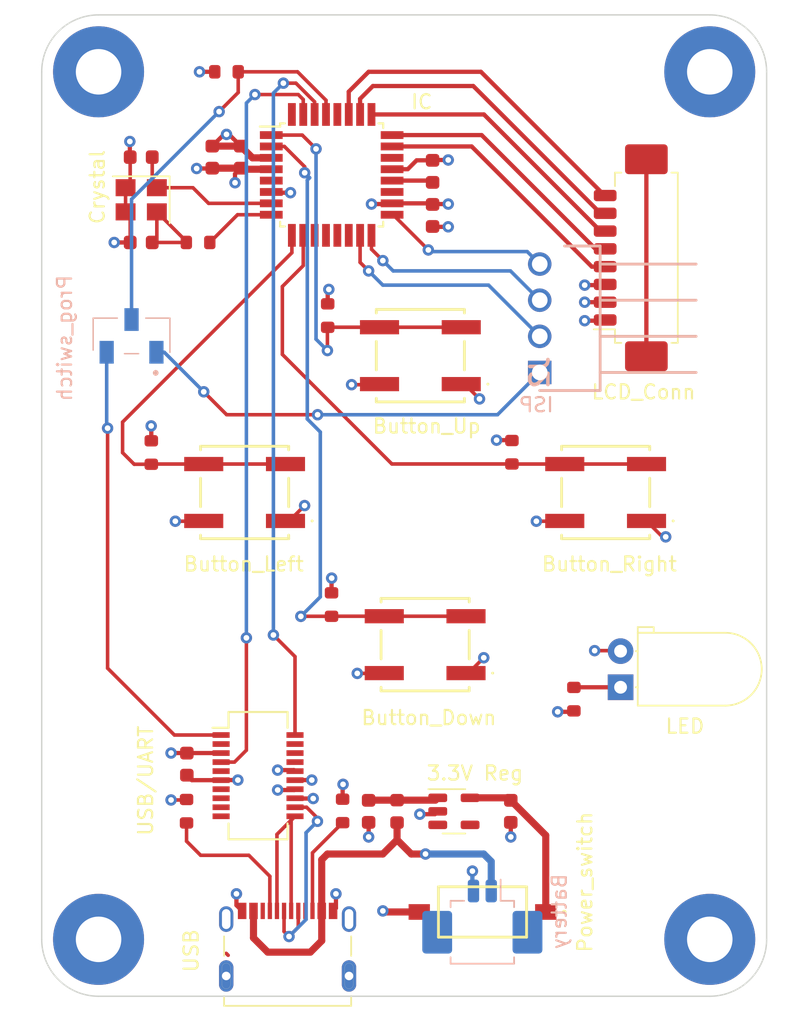
<source format=kicad_pcb>
(kicad_pcb (version 20221018) (generator pcbnew)
  (layers (0 "F.Cu" signal) (1 "In1.Cu" power) (2 "In2.Cu" power) (31 "B.Cu" signal) (34 "B.Paste" user) (35 "F.Paste" user) (36 "B.SilkS" user "B.Silkscreen") (37 "F.SilkS" user "F.Silkscreen") (38 "B.Mask" user) (39 "F.Mask" user) (44 "Edge.Cuts" user))
  (net 0 "")
  (net 1 "Net-(U4-VIN)")
  (net 2 "GND")
  (net 3 "3.3 Out")
  (net 4 "+3V3")
  (net 5 "HSE_IN")
  (net 6 "+5V")
  (net 7 "Net-(U1-AREF)")
  (net 8 "Net-(D1-K)")
  (net 9 "SCK")
  (net 10 "MISO")
  (net 11 "MOSI")
  (net 12 "DTR")
  (net 13 "RST")
  (net 14 "CE")
  (net 15 "DC")
  (net 16 "DIN")
  (net 17 "unconnected-(J4-SHIELD-PadS1)")
  (net 18 "HSE_OUT")
  (net 19 "Button_Up")
  (net 20 "Button_Left")
  (net 21 "Button_Right")
  (net 22 "Button_Down")
  (net 31 "CLK")
  (net 33 "TX")
  (net 34 "RX")
  (net 42 "USB_Conn_D+")
  (net 43 "USB_Conn_D-")
  (net 49 "unconnected-(J3-MP1-PadMP)")
  (net 50 "Net-(J4-CC1)")
  (net 51 "Net-(J4-CC2)")
  (net 52 "Net-(C7-Pad1)")
  (net 53 "Reset")
  (net 54 "RST_PROG")
  (footprint "Passives:C_0603_1608Metric" (layer "F.Cu") (at 164 93 -90)
    (fp_text reference "C1" hide)
    (fp_text value "1u")
  )
  (footprint "Passives:C_0603_1608Metric" (layer "F.Cu") (at 168.5 51.1 -90)
    (fp_text reference "C5" hide)
    (fp_text value "100n")
  )
  (footprint "MountingHole:MountingHole_3.2mm_M3_Pad" (layer "F.Cu") (at 145 41)
    (fp_text reference "H1")
    (fp_text value "MountingHole_Pad")
  )
  (footprint "Passives:R_0603_1608Metric" (layer "F.Cu") (at 178.44 85.11 -90)
    (fp_text reference "R1" hide)
    (fp_text value "130")
  )
  (footprint "MountingHole:MountingHole_3.2mm_M3_Pad" (layer "F.Cu") (at 145 102)
    (fp_text reference "H3")
    (fp_text value "MountingHole_Pad")
  )
  (footprint "Passives:C_0603_1608Metric" (layer "F.Cu") (at 155 47 90)
    (fp_text reference "C4" hide)
    (fp_text value "100n")
  )
  (footprint "Passives:C_0603_1608Metric" (layer "F.Cu") (at 174 93 -90)
    (fp_text reference "C2" hide)
    (fp_text value "1u")
  )
  (footprint "LED_THT:LED_D5.0mm_Horizontal_O1.27mm_Z3.0mm" (layer "F.Cu") (at 181.725 84.275 90)
    (fp_text reference "D1")
    (fp_text value "RED_LED")
  )
  (footprint "Passives:R_0603_1608Metric" (layer "F.Cu") (at 161.12 58.14 90)
    (fp_text reference "R4" hide)
    (fp_text value "10k")
  )
  (footprint "Passives:R_0603_1608Metric" (layer "F.Cu") (at 161.39 78.46 90)
    (fp_text reference "R7" hide)
    (fp_text value "10k")
  )
  (footprint "Package_QFP:TQFP-32_7x7mm_P0.8mm" (layer "F.Cu") (at 161.4 48.25)
    (fp_text reference "U1")
    (fp_text value "ATmega328P-A")
  )
  (footprint "Passives:R_0603_1608Metric" (layer "F.Cu") (at 162.17 92.97 90)
    (fp_text reference "R9" hide)
    (fp_text value "5.1k")
  )
  (footprint "Passives:R_0603_1608Metric" (layer "F.Cu") (at 151.19 92.99 90)
    (fp_text reference "R8" hide)
    (fp_text value "5.1k")
  )
  (footprint "Connectors:Molex_PicoBlade_53261-0871_1x08-1MP_P1.25mm_Horizontal" (layer "F.Cu") (at 183.04 54.075 90)
    (fp_text reference "J3")
    (fp_text value "Molex_PicoBlade")
  )
  (footprint "Passives:C_0603_1608Metric" (layer "F.Cu") (at 148 53 180)
    (fp_text reference "C7" hide)
    (fp_text value "12p")
  )
  (footprint "Connectors:Tactile_switch" (layer "F.Cu") (at 155.275 70.58)
    (fp_text reference "SW3")
    (fp_text value "Button_Left" hide)
  )
  (footprint "Passives:C_0603_1608Metric" (layer "F.Cu") (at 151.21 89.68 -90)
    (fp_text reference "C8" hide)
    (fp_text value "100n")
  )
  (footprint "Passives:R_0603_1608Metric" (layer "F.Cu") (at 148.71 67.77 90)
    (fp_text reference "R5" hide)
    (fp_text value "10k")
  )
  (footprint "Passives:R_0603_1608Metric" (layer "F.Cu") (at 154 41)
    (fp_text reference "R2" hide)
    (fp_text value "10k")
  )
  (footprint "Connectors:Tactile_switch" (layer "F.Cu") (at 167.975 81.28)
    (fp_text reference "SW2")
    (fp_text value "Button_Down" hide)
  )
  (footprint "Crystal:Crystal_SMD_3225-4Pin_3.2x2.5mm" (layer "F.Cu") (at 148 50 180)
    (fp_text reference "Y1")
    (fp_text value "16MHz")
  )
  (footprint "Connectors:Tactile_switch" (layer "F.Cu") (at 180.675 70.58)
    (fp_text reference "SW4")
    (fp_text value "Button_Right" hide)
  )
  (footprint "MountingHole:MountingHole_3.2mm_M3_Pad" (layer "F.Cu") (at 188 41)
    (fp_text reference "H2")
    (fp_text value "MountingHole_Pad")
  )
  (footprint "Passives:C_0603_1608Metric" (layer "F.Cu") (at 168.5 48 90)
    (fp_text reference "C10" hide)
    (fp_text value "100n")
  )
  (footprint "Package_SO:SSOP-20_3.9x8.7mm_P0.635mm" (layer "F.Cu") (at 156.22 90.49)
    (fp_text reference "U2")
    (fp_text value "FT231XS")
  )
  (footprint "Passives:C_0603_1608Metric" (layer "F.Cu") (at 153 47 90)
    (fp_text reference "C3" hide)
    (fp_text value "4.7u")
  )
  (footprint "Connectors:Tactile_switch" (layer "F.Cu") (at 167.64 60.96)
    (fp_text reference "SW1")
    (fp_text value "Button_Up" hide)
  )
  (footprint "Passives:R_0603_1608Metric" (layer "F.Cu") (at 152 53 180)
    (fp_text reference "R3" hide)
    (fp_text value "0")
  )
  (footprint "Passives:R_0603_1608Metric" (layer "F.Cu") (at 174.08 67.75 90)
    (fp_text reference "R6" hide)
    (fp_text value "10k")
  )
  (footprint "Passives:Fuse_0603_1608Metric" (layer "F.Cu") (at 166 93 90)
    (fp_text reference "F1" hide)
    (fp_text value "250mA")
  )
  (footprint "Connectors:DS04254101BKSMT" (layer "F.Cu") (at 172.011529 100.074147 90)
    (fp_text reference "SW5")
    (fp_text value "PowerOff" hide)
  )
  (footprint "Package_TO_SOT_SMD:SOT-23-5" (layer "F.Cu") (at 170 93)
    (fp_text reference "U4")
    (fp_text value "MIC5504-3.3YM5")
  )
  (footprint "MountingHole:MountingHole_3.2mm_M3_Pad" (layer "F.Cu") (at 188 102)
    (fp_text reference "H4")
    (fp_text value "MountingHole_Pad")
  )
  (footprint "Connectors:MOLEX_2171790001" (layer "F.Cu") (at 158.3 103.3)
    (fp_text reference "J4")
    (fp_text value "USB_C")
    (fp_line (start -4.62 1.275) (end -4.62 0.675) (stroke (width 0.01)) (layer "Edge.Cuts"))
    (fp_line (start -4.62 1.875) (end -4.62 1.28) (stroke (width 0.01)) (layer "Edge.Cuts"))
    (fp_line (start -4.02 0.675) (end -4.02 1.875) (stroke (width 0.01)) (layer "Edge.Cuts"))
    (fp_line (start 4.02 1.275) (end 4.02 0.675) (stroke (width 0.01)) (layer "Edge.Cuts"))
    (fp_line (start 4.02 1.875) (end 4.02 1.28) (stroke (width 0.01)) (layer "Edge.Cuts"))
    (fp_line (start 4.62 0.675) (end 4.62 1.875) (stroke (width 0.01)) (layer "Edge.Cuts"))
    (fp_arc (start -4.62 0.675) (mid -4.532132 0.462868) (end -4.32 0.375) (stroke (width 0.01)) (layer "Edge.Cuts"))
    (fp_arc (start -4.32 0.375) (mid -4.107868 0.462868) (end -4.02 0.675) (stroke (width 0.01)) (layer "Edge.Cuts"))
    (fp_arc (start -4.32 2.175) (mid -4.532132 2.087132) (end -4.62 1.875) (stroke (width 0.01)) (layer "Edge.Cuts"))
    (fp_arc (start -4.02 1.875) (mid -4.107868 2.087132) (end -4.32 2.175) (stroke (width 0.01)) (layer "Edge.Cuts"))
    (fp_arc (start 4.02 0.675) (mid 4.107868 0.462868) (end 4.32 0.375) (stroke (width 0.01)) (layer "Edge.Cuts"))
    (fp_arc (start 4.32 0.375) (mid 4.532132 0.462868) (end 4.62 0.675) (stroke (width 0.01)) (layer "Edge.Cuts"))
    (fp_arc (start 4.32 2.175) (mid 4.107868 2.087132) (end 4.02 1.875) (stroke (width 0.01)) (layer "Edge.Cuts"))
    (fp_arc (start 4.62 1.875) (mid 4.532132 2.087132) (end 4.32 2.175) (stroke (width 0.01)) (layer "Edge.Cuts"))
  )
  (footprint "Passives:C_0603_1608Metric" (layer "F.Cu") (at 148 47 180)
    (fp_text reference "C6" hide)
    (fp_text value "12p")
  )
  (footprint "Connectors:Conn_01x04_90" (layer "B.Cu") (at 176.0375 62.14 90)
    (fp_text reference "J2")
    (fp_text value "ISP" hide)
  )
  (footprint "Connectors:Molex_PicoBlade_53261-0271_1x02-1MP_P1.25mm_Horizontal" (layer "B.Cu") (at 172 101 180)
    (fp_text reference "J1")
    (fp_text value "Molex_PicoBlade")
  )
  (footprint "Connectors:SPDT_switch" (layer "B.Cu") (at 147.32 59.57 180)
    (fp_text reference "SW6")
    (fp_text value "ISP/UART" hide)
  )
  (gr_line (start 145 37) (end 188 37) (stroke (width 0.1)) (layer "Edge.Cuts"))
  (gr_arc (start 188 37) (mid 190.828427 38.171573) (end 192 41) (stroke (width 0.1)) (layer "Edge.Cuts"))
  (gr_arc (start 141 41) (mid 142.171573 38.171573) (end 145 37) (stroke (width 0.1)) (layer "Edge.Cuts"))
  (gr_arc (start 192 102) (mid 190.828427 104.828427) (end 188 106) (stroke (width 0.1)) (layer "Edge.Cuts"))
  (gr_line (start 188 106) (end 145 106) (stroke (width 0.1)) (layer "Edge.Cuts"))
  (gr_arc (start 145 106) (mid 142.171573 104.828427) (end 141 102) (stroke (width 0.1)) (layer "Edge.Cuts"))
  (gr_line (start 141 102) (end 141 41) (stroke (width 0.1)) (layer "Edge.Cuts"))
  (gr_line (start 192 41) (end 192 102) (stroke (width 0.1)) (layer "Edge.Cuts"))
  (gr_text "ISP\n" (at 177.1 65) (layer "B.SilkS") (effects (font (size 1 1)) (justify left bottom mirror)))
  (gr_text "Battery\n" (at 178 97.3 90) (layer "B.SilkS") (effects (font (size 1 1)) (justify left bottom mirror)))
  (gr_text "Prog_switch\n" (at 143.2 55.2 90) (layer "B.SilkS") (effects (font (size 1 1)) (justify left bottom mirror)))
  (gr_text "Button_Right\n" (at 176.1 76.2) (layer "F.SilkS") (effects (font (size 1 1)) (justify left bottom)))
  (gr_text "USB/UART\n" (at 148.9 94.8 90) (layer "F.SilkS") (effects (font (size 1 1)) (justify left bottom)))
  (gr_text "Button_Up\n" (at 164.2 66.5) (layer "F.SilkS") (effects (font (size 1 1)) (justify left bottom)))
  (gr_text "Crystal\n" (at 145.5 51.8 90) (layer "F.SilkS") (effects (font (size 1 1)) (justify left bottom)))
  (gr_text "IC\n" (at 166.9 43.7) (layer "F.SilkS") (effects (font (size 1 1)) (justify left bottom)))
  (gr_text "Button_Down\n" (at 163.4 87) (layer "F.SilkS") (effects (font (size 1 1)) (justify left bottom)))
  (gr_text "Power_switch\n" (at 179.8 103 90) (layer "F.SilkS") (effects (font (size 1 1)) (justify left bottom)))
  (gr_text "LCD_Conn\n" (at 179.6 64.1) (layer "F.SilkS") (effects (font (size 1 1)) (justify left bottom)))
  (gr_text "Button_Left\n" (at 150.9 76.2) (layer "F.SilkS") (effects (font (size 1 1)) (justify left bottom)))
  (gr_text "LED\n" (at 184.8 87.6) (layer "F.SilkS") (effects (font (size 1 1)) (justify left bottom)))
  (gr_text "3.3V Reg\n" (at 168 90.9) (layer "F.SilkS") (effects (font (size 1 1)) (justify left bottom)))
  (gr_text "USB\n" (at 152.1 104.4 90) (layer "F.SilkS") (effects (font (size 1 1)) (justify left bottom)))
  (segment (start 166 92.2125) (end 164.0125 92.2125) (width 0.5) (layer "F.Cu") (net 1))
  (segment (start 168.7 92.2125) (end 168.8625 92.05) (width 0.5) (layer "F.Cu") (net 1))
  (segment (start 164.0125 92.2125) (end 164 92.225) (width 0.5) (layer "F.Cu") (net 1))
  (segment (start 166 92.2125) (end 168.7 92.2125) (width 0.5) (layer "F.Cu") (net 1))
  (segment (start 167.375 47.225) (end 168.5 47.225) (width 0.3) (layer "F.Cu") (net 2))
  (segment (start 147.225 48.825) (end 146.9 49.15) (width 0.25) (layer "F.Cu") (net 2))
  (segment (start 161.12 56.38) (end 161.2 56.3) (width 0.3) (layer "F.Cu") (net 2))
  (segment (start 177.3 86) (end 178.375 86) (width 0.3) (layer "F.Cu") (net 2))
  (segment (start 155.825 47.05) (end 155 46.225) (width 0.5) (layer "F.Cu") (net 2))
  (segment (start 179.2 57.2) (end 180.64 57.2) (width 0.3) (layer "F.Cu") (net 2))
  (segment (start 154 45.4) (end 154.175 45.4) (width 0.3) (layer "F.Cu") (net 2))
  (segment (start 154 45.4) (end 153.825 45.4) (width 0.3) (layer "F.Cu") (net 2))
  (segment (start 164 93.775) (end 164 94.8) (width 0.3) (layer "F.Cu") (net 2))
  (segment (start 161.7 99.8) (end 161.5 100) (width 0.3) (layer "F.Cu") (net 2))
  (segment (start 147.2 46.975) (end 147.225 47) (width 0.3) (layer "F.Cu") (net 2))
  (segment (start 147.225 51.175) (end 146.9 50.85) (width 0.25) (layer "F.Cu") (net 2))
  (segment (start 148.71 66.945) (end 148.71 65.91) (width 0.3) (layer "F.Cu") (net 2))
  (segment (start 180.59 58.5) (end 180.64 58.45) (width 0.3) (layer "F.Cu") (net 2))
  (segment (start 165.65 47.85) (end 166.75 47.85) (width 0.3) (layer "F.Cu") (net 2))
  (segment (start 146.9 50.85) (end 146.9 49.15) (width 0.25) (layer "F.Cu") (net 2))
  (segment (start 147.2 45.9) (end 147.2 46.975) (width 0.3) (layer "F.Cu") (net 2))
  (segment (start 158.7475 90.1) (end 158.82 90.1725) (width 0.3) (layer "F.Cu") (net 2))
  (segment (start 151.5625 90.8075) (end 151.21 90.455) (width 0.3) (layer "F.Cu") (net 2))
  (segment (start 162.17 91.13) (end 162.2 91.1) (width 0.3) (layer "F.Cu") (net 2))
  (segment (start 173 66.9) (end 174.055 66.9) (width 0.3) (layer "F.Cu") (net 2))
  (segment (start 168.6625 93.2) (end 168.8625 93) (width 0.3) (layer "F.Cu") (net 2))
  (segment (start 166.75 47.85) (end 167.375 47.225) (width 0.3) (layer "F.Cu") (net 2))
  (segment (start 151.155 92.2) (end 151.19 92.165) (width 0.25) (layer "F.Cu") (net 2))
  (segment (start 154.7 98.8) (end 154.7 99.6) (width 0.3) (layer "F.Cu") (net 2))
  (segment (start 169.6 51.9) (end 168.525 51.9) (width 0.3) (layer "F.Cu") (net 2))
  (segment (start 147.225 53) (end 147.225 51.175) (width 0.25) (layer "F.Cu") (net 2))
  (segment (start 150.1 92.2) (end 151.155 92.2) (width 0.25) (layer "F.Cu") (net 2))
  (segment (start 154.7 99.6) (end 155.1 100) (width 0.3) (layer "F.Cu") (net 2))
  (segment (start 146.1 53) (end 147.225 53) (width 0.3) (layer "F.Cu") (net 2))
  (segment (start 157.6 90.1) (end 158.7475 90.1) (width 0.3) (layer "F.Cu") (net 2))
  (segment (start 153.6275 90.8) (end 153.62 90.8075) (width 0.3) (layer "F.Cu") (net 2))
  (segment (start 168.525 51.9) (end 168.5 51.875) (width 0.3) (layer "F.Cu") (net 2))
  (segment (start 161.39 76.61) (end 161.4 76.6) (width 0.3) (layer "F.Cu") (net 2))
  (segment (start 179.2 58.5) (end 180.59 58.5) (width 0.3) (layer "F.Cu") (net 2))
  (segment (start 178.375 86) (end 178.44 85.935) (width 0.3) (layer "F.Cu") (net 2))
  (segment (start 161.12 57.315) (end 161.12 56.38) (width 0.3) (layer "F.Cu") (net 2))
  (segment (start 155 46.225) (end 153 46.225) (width 0.5) (layer "F.Cu") (net 2))
  (segment (start 162.17 92.145) (end 162.17 91.13) (width 0.3) (layer "F.Cu") (net 2))
  (segment (start 174 94.8) (end 174 93.775) (width 0.3) (layer "F.Cu") (net 2))
  (segment (start 174.055 66.9) (end 174.08 66.925) (width 0.3) (layer "F.Cu") (net 2))
  (segment (start 169.6 47.2) (end 168.525 47.2) (width 0.3) (layer "F.Cu") (net 2))
  (segment (start 153.825 45.4) (end 153 46.225) (width 0.3) (layer "F.Cu") (net 2))
  (segment (start 161.39 77.635) (end 161.39 76.61) (width 0.3) (layer "F.Cu") (net 2))
  (segment (start 147.225 47) (end 147.225 48.825) (width 0.25) (layer "F.Cu") (net 2))
  (segment (start 154.175 45.4) (end 155 46.225) (width 0.3) (layer "F.Cu") (net 2))
  (segment (start 148.71 65.91) (end 148.7 65.9) (width 0.3) (layer "F.Cu") (net 2))
  (segment (start 153.62 90.8075) (end 151.5625 90.8075) (width 0.3) (layer "F.Cu") (net 2))
  (segment (start 157.15 47.05) (end 155.825 47.05) (width 0.5) (layer "F.Cu") (net 2))
  (segment (start 167.6 93.2) (end 168.6625 93.2) (width 0.3) (layer "F.Cu") (net 2))
  (segment (start 154.8 90.8) (end 153.6275 90.8) (width 0.3) (layer "F.Cu") (net 2))
  (segment (start 161.7 98.8) (end 161.7 99.8) (width 0.3) (layer "F.Cu") (net 2))
  (segment (start 168.525 47.2) (end 168.5 47.225) (width 0.3) (layer "F.Cu") (net 2))
  (via (at 169.6 51.9) (size 0.8) (drill 0.4) (layers "F.Cu" "B.Cu") (net 2))
  (via (at 171.3 97.2) (size 0.8) (drill 0.4) (layers "F.Cu" "B.Cu") (net 2))
  (via (at 167.6 93.2) (size 0.8) (drill 0.4) (layers "F.Cu" "B.Cu") (net 2))
  (via (at 174 94.8) (size 0.8) (drill 0.4) (layers "F.Cu" "B.Cu") (net 2))
  (via (at 146.1 53) (size 0.8) (drill 0.4) (layers "F.Cu" "B.Cu") (net 2))
  (via (at 154 45.4) (size 0.8) (drill 0.4) (layers "F.Cu" "B.Cu") (net 2))
  (via (at 161.7 98.8) (size 0.8) (drill 0.4) (layers "F.Cu" "B.Cu") (net 2))
  (via (at 173 66.9) (size 0.8) (drill 0.4) (layers "F.Cu" "B.Cu") (net 2))
  (via (at 147.2 45.9) (size 0.8) (drill 0.4) (layers "F.Cu" "B.Cu") (net 2))
  (via (at 162.2 91.1) (size 0.8) (drill 0.4) (layers "F.Cu" "B.Cu") (net 2))
  (via (at 179.2 57.2) (size 0.8) (drill 0.4) (layers "F.Cu" "B.Cu") (net 2))
  (via (at 148.7 65.9) (size 0.8) (drill 0.4) (layers "F.Cu" "B.Cu") (net 2))
  (via (at 157.6 90.1) (size 0.8) (drill 0.4) (layers "F.Cu" "B.Cu") (net 2))
  (via (at 161.2 56.3) (size 0.8) (drill 0.4) (layers "F.Cu" "B.Cu") (net 2))
  (via (at 154.8 90.8) (size 0.8) (drill 0.4) (layers "F.Cu" "B.Cu") (net 2))
  (via (at 177.3 86) (size 0.8) (drill 0.4) (layers "F.Cu" "B.Cu") (net 2))
  (via (at 150.1 92.2) (size 0.8) (drill 0.4) (layers "F.Cu" "B.Cu") (net 2))
  (via (at 169.6 47.2) (size 0.8) (drill 0.4) (layers "F.Cu" "B.Cu") (net 2))
  (via (at 164 94.8) (size 0.8) (drill 0.4) (layers "F.Cu" "B.Cu") (net 2))
  (via (at 179.2 58.5) (size 0.8) (drill 0.4) (layers "F.Cu" "B.Cu") (net 2))
  (via (at 161.4 76.6) (size 0.8) (drill 0.4) (layers "F.Cu" "B.Cu") (net 2))
  (via (at 154.7 98.8) (size 0.8) (drill 0.4) (layers "F.Cu" "B.Cu") (net 2))
  (segment (start 171.3 98.525) (end 171.375 98.6) (width 0.3) (layer "B.Cu") (net 2))
  (segment (start 171.3 97.2) (end 171.3 98.525) (width 0.3) (layer "B.Cu") (net 2))
  (segment (start 174 92.225) (end 176.461529 94.686529) (width 0.5) (layer "F.Cu") (net 3))
  (segment (start 171.1375 92.05) (end 173.825 92.05) (width 0.5) (layer "F.Cu") (net 3))
  (segment (start 176.461529 94.686529) (end 176.461529 100.074147) (width 0.5) (layer "F.Cu") (net 3))
  (segment (start 173.825 92.05) (end 174 92.225) (width 0.5) (layer "F.Cu") (net 3))
  (segment (start 170.76 62.96) (end 170.515 62.96) (width 0.25) (layer "F.Cu") (net 4))
  (segment (start 165.074147 100.074147) (end 165 100) (width 0.5) (layer "F.Cu") (net 4))
  (segment (start 165.65 50.25) (end 168.275 50.25) (width 0.3) (layer "F.Cu") (net 4))
  (segment (start 171.8 64) (end 170.76 62.96) (width 0.25) (layer "F.Cu") (net 4))
  (segment (start 164.2 50.3) (end 165.6 50.3) (width 0.3) (layer "F.Cu") (net 4))
  (segment (start 180.59 56) (end 180.64 55.95) (width 0.3) (layer "F.Cu") (net 4))
  (segment (start 150.4 72.6) (end 152.38 72.6) (width 0.25) (layer "F.Cu") (net 4))
  (segment (start 154.6 48.175) (end 155 47.775) (width 0.3) (layer "F.Cu") (net 4))
  (segment (start 158.8275 90.8) (end 158.82 90.8075) (width 0.3) (layer "F.Cu") (net 4))
  (segment (start 167.561529 100.074147) (end 165.074147 100.074147) (width 0.5) (layer "F.Cu") (net 4))
  (segment (start 157.6 91.5) (end 158.7625 91.5) (width 0.3) (layer "F.Cu") (net 4))
  (segment (start 184.67 73.7) (end 183.55 72.58) (width 0.25) (layer "F.Cu") (net 4))
  (segment (start 165.08 83.3) (end 165.1 83.28) (width 0.25) (layer "F.Cu") (net 4))
  (segment (start 164.725 63) (end 164.765 62.96) (width 0.25) (layer "F.Cu") (net 4))
  (segment (start 154.6 48.8) (end 154.6 48.175) (width 0.3) (layer "F.Cu") (net 4))
  (segment (start 179.9 81.7) (end 181.69 81.7) (width 0.25) (layer "F.Cu") (net 4))
  (segment (start 160.1 92.1) (end 158.8425 92.1) (width 0.3) (layer "F.Cu") (net 4))
  (segment (start 158.8425 92.1) (end 158.82 92.0775) (width 0.3) (layer "F.Cu") (net 4))
  (segment (start 169.6 50.3) (end 168.525 50.3) (width 0.3) (layer "F.Cu") (net 4))
  (segment (start 152.1 41) (end 153.175 41) (width 0.3) (layer "F.Cu") (net 4))
  (segment (start 151.2125 88.9025) (end 151.21 88.905) (width 0.3) (layer "F.Cu") (net 4))
  (segment (start 155 47.775) (end 153 47.775) (width 0.5) (layer "F.Cu") (net 4))
  (segment (start 152.975 47.8) (end 153 47.775) (width 0.3) (layer "F.Cu") (net 4))
  (segment (start 160 90.8) (end 158.8275 90.8) (width 0.3) (layer "F.Cu") (net 4))
  (segment (start 152.38 72.6) (end 152.4 72.58) (width 0.25) (layer "F.Cu") (net 4))
  (segment (start 158.5 49.5) (end 157.2 49.5) (width 0.3) (layer "F.Cu") (net 4))
  (segment (start 158.4145 72.58) (end 158.15 72.58) (width 0.25) (layer "F.Cu") (net 4))
  (segment (start 157.15 47.85) (end 155.075 47.85) (width 0.5) (layer "F.Cu") (net 4))
  (segment (start 151.205 88.9) (end 151.21 88.905) (width 0.3) (layer "F.Cu") (net 4))
  (segment (start 168.525 50.3) (end 168.5 50.325) (width 0.3) (layer "F.Cu") (net 4))
  (segment (start 159.4945 71.5) (end 158.4145 72.58) (width 0.25) (layer "F.Cu") (net 4))
  (segment (start 157.2 49.5) (end 157.15 49.45) (width 0.3) (layer "F.Cu") (net 4))
  (segment (start 150.1 88.9) (end 151.205 88.9) (width 0.3) (layer "F.Cu") (net 4))
  (segment (start 171.02 83.28) (end 170.85 83.28) (width 0.25) (layer "F.Cu") (net 4))
  (segment (start 184.9 73.7) (end 184.67 73.7) (width 0.25) (layer "F.Cu") (net 4))
  (segment (start 158.7625 91.5) (end 158.82 91.4425) (width 0.3) (layer "F.Cu") (net 4))
  (segment (start 177.78 72.6) (end 177.8 72.58) (width 0.25) (layer "F.Cu") (net 4))
  (segment (start 179.9 81.7) (end 179.935 81.735) (width 0.25) (layer "F.Cu") (net 4))
  (segment (start 151.9 47.8) (end 152.975 47.8) (width 0.3) (layer "F.Cu") (net 4))
  (segment (start 181.69 81.7) (end 181.725 81.735) (width 0.25) (layer "F.Cu") (net 4))
  (segment (start 179.2 56) (end 180.59 56) (width 0.3) (layer "F.Cu") (net 4))
  (segment (start 165.6 50.3) (end 165.65 50.25) (width 0.3) (layer "F.Cu") (net 4))
  (segment (start 172.1 82.2) (end 171.02 83.28) (width 0.25) (layer "F.Cu") (net 4))
  (segment (start 162.8 63) (end 164.725 63) (width 0.25) (layer "F.Cu") (net 4))
  (segment (start 168.275 50.25) (end 168.3 50.225) (width 0.3) (layer "F.Cu") (net 4))
  (segment (start 155.075 47.85) (end 155 47.775) (width 0.5) (layer "F.Cu") (net 4))
  (segment (start 153.62 88.9025) (end 151.2125 88.9025) (width 0.3) (layer "F.Cu") (net 4))
  (segment (start 175.8 72.6) (end 177.78 72.6) (width 0.25) (layer "F.Cu") (net 4))
  (segment (start 163.2 83.3) (end 165.08 83.3) (width 0.25) (layer "F.Cu") (net 4))
  (via (at 154.6 48.8) (size 0.8) (drill 0.4) (layers "F.Cu" "B.Cu") (net 4))
  (via (at 163.2 83.3) (size 0.8) (drill 0.4) (layers "F.Cu" "B.Cu") (net 4))
  (via (at 172.1 82.2) (size 0.8) (drill 0.4) (layers "F.Cu" "B.Cu") (net 4))
  (via (at 171.8 64) (size 0.8) (drill 0.4) (layers "F.Cu" "B.Cu") (net 4))
  (via (at 152.1 41) (size 0.8) (drill 0.4) (layers "F.Cu" "B.Cu") (net 4))
  (via (at 164.2 50.3) (size 0.8) (drill 0.4) (layers "F.Cu" "B.Cu") (net 4))
  (via (at 175.8 72.6) (size 0.8) (drill 0.4) (layers "F.Cu" "B.Cu") (net 4))
  (via (at 169.6 50.3) (size 0.8) (drill 0.4) (layers "F.Cu" "B.Cu") (net 4))
  (via (at 151.9 47.8) (size 0.8) (drill 0.4) (layers "F.Cu" "B.Cu") (net 4))
  (via (at 179.2 56) (size 0.8) (drill 0.4) (layers "F.Cu" "B.Cu") (net 4))
  (via (at 160 90.8) (size 0.8) (drill 0.4) (layers "F.Cu" "B.Cu") (net 4))
  (via (at 184.9 73.7) (size 0.8) (drill 0.4) (layers "F.Cu" "B.Cu") (net 4))
  (via (at 150.1 88.9) (size 0.8) (drill 0.4) (layers "F.Cu" "B.Cu") (net 4))
  (via (at 179.9 81.7) (size 0.8) (drill 0.4) (layers "F.Cu" "B.Cu") (net 4))
  (via (at 159.4945 71.5) (size 0.8) (drill 0.4) (layers "F.Cu" "B.Cu") (net 4))
  (via (at 160.1 92.1) (size 0.8) (drill 0.4) (layers "F.Cu" "B.Cu") (net 4))
  (via (at 150.4 72.6) (size 0.8) (drill 0.4) (layers "F.Cu" "B.Cu") (net 4))
  (via (at 157.6 91.5) (size 0.8) (drill 0.4) (layers "F.Cu" "B.Cu") (net 4))
  (via (at 162.8 63) (size 0.8) (drill 0.4) (layers "F.Cu" "B.Cu") (net 4))
  (via (at 158.5 49.5) (size 0.8) (drill 0.4) (layers "F.Cu" "B.Cu") (net 4))
  (via (at 165 100) (size 0.8) (drill 0.4) (layers "F.Cu" "B.Cu") (net 4))
  (segment (start 148.775 48.825) (end 149.1 49.15) (width 0.25) (layer "F.Cu") (net 5))
  (segment (start 157.15 50.25) (end 152.737818 50.25) (width 0.25) (layer "F.Cu") (net 5))
  (segment (start 148.775 47) (end 148.775 48.825) (width 0.25) (layer "F.Cu") (net 5))
  (segment (start 152.737818 50.25) (end 151.637818 49.15) (width 0.25) (layer "F.Cu") (net 5))
  (segment (start 151.637818 49.15) (end 149.1 49.15) (width 0.25) (layer "F.Cu") (net 5))
  (segment (start 160.7 96.4) (end 161.1 96) (width 0.5) (layer "F.Cu") (net 6))
  (segment (start 168 96) (end 167 96) (width 0.5) (layer "F.Cu") (net 6))
  (segment (start 160.7 100) (end 160.7 96.4) (width 0.5) (layer "F.Cu") (net 6))
  (segment (start 167 96) (end 166 95) (width 0.5) (layer "F.Cu") (net 6))
  (segment (start 156.9 102.9) (end 155.9 101.9) (width 0.5) (layer "F.Cu") (net 6))
  (segment (start 160.7 102.1) (end 159.9 102.9) (width 0.5) (layer "F.Cu") (net 6))
  (segment (start 166 95) (end 166 93.7875) (width 0.5) (layer "F.Cu") (net 6))
  (segment (start 155.9 101.9) (end 155.9 100) (width 0.5) (layer "F.Cu") (net 6))
  (segment (start 159.9 102.9) (end 156.9 102.9) (width 0.5) (layer "F.Cu") (net 6))
  (segment (start 161.1 96) (end 165 96) (width 0.5) (layer "F.Cu") (net 6))
  (segment (start 165 96) (end 166 95) (width 0.5) (layer "F.Cu") (net 6))
  (segment (start 160.7 100) (end 160.7 102.1) (width 0.5) (layer "F.Cu") (net 6))
  (via (at 168 96) (size 0.8) (drill 0.4) (layers "F.Cu" "B.Cu") (net 6))
  (segment (start 172.1 96) (end 168 96) (width 0.5) (layer "B.Cu") (net 6))
  (segment (start 172.625 98.6) (end 172.625 96.525) (width 0.5) (layer "B.Cu") (net 6))
  (segment (start 172.625 96.525) (end 172.1 96) (width 0.5) (layer "B.Cu") (net 6))
  (segment (start 168.375 48.65) (end 168.5 48.775) (width 0.3) (layer "F.Cu") (net 7))
  (segment (start 165.65 48.65) (end 168.375 48.65) (width 0.3) (layer "F.Cu") (net 7))
  (segment (start 178.44 84.285) (end 178.45 84.275) (width 0.3) (layer "F.Cu") (net 8))
  (segment (start 178.45 84.275) (end 181.725 84.275) (width 0.3) (layer "F.Cu") (net 8))
  (segment (start 165.724 51.05) (end 165.65 51.05) (width 0.25) (layer "F.Cu") (net 9))
  (segment (start 168.2 53.526) (end 165.724 51.05) (width 0.25) (layer "F.Cu") (net 9))
  (via (at 168.2 53.526) (size 0.8) (drill 0.4) (layers "F.Cu" "B.Cu") (net 9))
  (segment (start 168.2 53.526) (end 168.274 53.6) (width 0.3) (layer "B.Cu") (net 9))
  (segment (start 176.0375 54.52) (end 175.158285 53.640785) (width 0.25) (layer "B.Cu") (net 9))
  (segment (start 168.314785 53.640785) (end 168.2 53.526) (width 0.25) (layer "B.Cu") (net 9))
  (segment (start 175.158285 53.640785) (end 168.314785 53.640785) (width 0.25) (layer "B.Cu") (net 9))
  (segment (start 164.2 52.5) (end 164.2 53.4755) (width 0.25) (layer "F.Cu") (net 10))
  (segment (start 164.2 53.4755) (end 165 54.2755) (width 0.25) (layer "F.Cu") (net 10))
  (via (at 165 54.2755) (size 0.8) (drill 0.4) (layers "F.Cu" "B.Cu") (net 10))
  (segment (start 165.7245 55) (end 165 54.2755) (width 0.25) (layer "B.Cu") (net 10))
  (segment (start 173.9775 55) (end 165.7245 55) (width 0.25) (layer "B.Cu") (net 10))
  (segment (start 176.0375 57.06) (end 173.9775 55) (width 0.25) (layer "B.Cu") (net 10))
  (segment (start 163.4 54.4) (end 163.4 52.5) (width 0.25) (layer "F.Cu") (net 11))
  (segment (start 164 55) (end 163.4 54.4) (width 0.25) (layer "F.Cu") (net 11))
  (via (at 164 55) (size 0.8) (drill 0.4) (layers "F.Cu" "B.Cu") (net 11))
  (segment (start 176.0375 59.6) (end 172.4375 56) (width 0.25) (layer "B.Cu") (net 11))
  (segment (start 172.4375 56) (end 165 56) (width 0.25) (layer "B.Cu") (net 11))
  (segment (start 165 56) (end 164 55) (width 0.25) (layer "B.Cu") (net 11))
  (segment (start 153.6675 87.6325) (end 153.7 87.6) (width 0.25) (layer "F.Cu") (net 12))
  (segment (start 153.62 87.6325) (end 150.3325 87.6325) (width 0.25) (layer "F.Cu") (net 12))
  (segment (start 153.62 87.6325) (end 153.6675 87.6325) (width 0.25) (layer "F.Cu") (net 12))
  (segment (start 145.634952 82.934952) (end 145.634952 66.056808) (width 0.25) (layer "F.Cu") (net 12))
  (segment (start 150.3325 87.6325) (end 145.634952 82.934952) (width 0.25) (layer "F.Cu") (net 12))
  (via (at 145.634952 66.056808) (size 0.8) (drill 0.4) (layers "F.Cu" "B.Cu") (net 12))
  (segment (start 145.634952 66.056808) (end 145.57 65.991856) (width 0.25) (layer "B.Cu") (net 12))
  (segment (start 145.57 65.991856) (end 145.57 60.72) (width 0.25) (layer "B.Cu") (net 12))
  (segment (start 164 41) (end 162.6 42.4) (width 0.3) (layer "F.Cu") (net 13))
  (segment (start 162.6 42.4) (end 162.6 44) (width 0.3) (layer "F.Cu") (net 13))
  (segment (start 180.64 49.7) (end 180.6 49.7) (width 0.3) (layer "F.Cu") (net 13))
  (segment (start 171.9 41) (end 164 41) (width 0.3) (layer "F.Cu") (net 13))
  (segment (start 180.6 49.7) (end 171.9 41) (width 0.3) (layer "F.Cu") (net 13))
  (segment (start 180.312183 50.95) (end 171.362183 42) (width 0.3) (layer "F.Cu") (net 14))
  (segment (start 171.362183 42) (end 164.3 42) (width 0.3) (layer "F.Cu") (net 14))
  (segment (start 180.64 50.95) (end 180.312183 50.95) (width 0.3) (layer "F.Cu") (net 14))
  (segment (start 164.3 42) (end 163.4 42.9) (width 0.3) (layer "F.Cu") (net 14))
  (segment (start 163.4 42.9) (end 163.4 44) (width 0.3) (layer "F.Cu") (net 14))
  (segment (start 180.312183 52.2) (end 172.112183 44) (width 0.3) (layer "F.Cu") (net 15))
  (segment (start 180.64 52.2) (end 180.312183 52.2) (width 0.3) (layer "F.Cu") (net 15))
  (segment (start 172.112183 44) (end 164.2 44) (width 0.3) (layer "F.Cu") (net 15))
  (segment (start 180.64 53.45) (end 179.95 53.45) (width 0.3) (layer "F.Cu") (net 16))
  (segment (start 171.95 45.45) (end 165.65 45.45) (width 0.3) (layer "F.Cu") (net 16))
  (segment (start 179.95 53.45) (end 171.95 45.45) (width 0.3) (layer "F.Cu") (net 16))
  (segment (start 153.98 102.98331) (end 154.116691 103.120001) (width 0.25) (layer "F.Cu") (net 17))
  (segment (start 154.775 51.05) (end 157.15 51.05) (width 0.25) (layer "F.Cu") (net 18))
  (segment (start 152.825 53) (end 154.775 51.05) (width 0.25) (layer "F.Cu") (net 18))
  (segment (start 161.1 58.985) (end 161.12 58.965) (width 0.25) (layer "F.Cu") (net 19))
  (segment (start 161.125 58.96) (end 161.12 58.965) (width 0.25) (layer "F.Cu") (net 19))
  (segment (start 170.515 58.96) (end 161.125 58.96) (width 0.25) (layer "F.Cu") (net 19))
  (segment (start 160.3 46.42) (end 159.33 45.45) (width 0.25) (layer "F.Cu") (net 19))
  (segment (start 159.33 45.45) (end 157.15 45.45) (width 0.25) (layer "F.Cu") (net 19))
  (segment (start 161.1 60.6) (end 161.1 58.985) (width 0.25) (layer "F.Cu") (net 19))
  (via (at 160.3 46.42) (size 0.8) (drill 0.4) (layers "F.Cu" "B.Cu") (net 19))
  (via (at 161.1 60.6) (size 0.8) (drill 0.4) (layers "F.Cu" "B.Cu") (net 19))
  (segment (start 160.3 59.8) (end 160.3 46.42) (width 0.25) (layer "B.Cu") (net 19))
  (segment (start 161.1 60.6) (end 160.3 59.8) (width 0.25) (layer "B.Cu") (net 19))
  (segment (start 148.71 68.595) (end 147.505 68.595) (width 0.25) (layer "F.Cu") (net 20))
  (segment (start 146.69 67.78) (end 146.69 65.63) (width 0.25) (layer "F.Cu") (net 20))
  (segment (start 158.15 68.58) (end 148.725 68.58) (width 0.25) (layer "F.Cu") (net 20))
  (segment (start 148.725 68.58) (end 148.71 68.595) (width 0.25) (layer "F.Cu") (net 20))
  (segment (start 147.505 68.595) (end 146.69 67.78) (width 0.25) (layer "F.Cu") (net 20))
  (segment (start 146.69 65.63) (end 158.6 53.72) (width 0.25) (layer "F.Cu") (net 20))
  (segment (start 158.6 53.72) (end 158.6 52.5) (width 0.25) (layer "F.Cu") (net 20))
  (segment (start 157.93 60.87) (end 157.93 56.1) (width 0.25) (layer "F.Cu") (net 21))
  (segment (start 183.55 68.58) (end 174.085 68.58) (width 0.25) (layer "F.Cu") (net 21))
  (segment (start 157.93 56.1) (end 159.4 54.63) (width 0.25) (layer "F.Cu") (net 21))
  (segment (start 159.4 54.63) (end 159.4 52.5) (width 0.25) (layer "F.Cu") (net 21))
  (segment (start 165.635 68.575) (end 157.93 60.87) (width 0.25) (layer "F.Cu") (net 21))
  (segment (start 174.085 68.58) (end 174.08 68.575) (width 0.25) (layer "F.Cu") (net 21))
  (segment (start 174.08 68.575) (end 165.635 68.575) (width 0.25) (layer "F.Cu") (net 21))
  (segment (start 158.075 46.25) (end 157.15 46.25) (width 0.25) (layer "F.Cu") (net 22))
  (segment (start 161.39 79.285) (end 159.235 79.285) (width 0.25) (layer "F.Cu") (net 22))
  (segment (start 161.395 79.28) (end 161.39 79.285) (width 0.25) (layer "F.Cu") (net 22))
  (segment (start 159.5 48.1) (end 159.5 47.675) (width 0.25) (layer "F.Cu") (net 22))
  (segment (start 170.85 79.28) (end 161.395 79.28) (width 0.25) (layer "F.Cu") (net 22))
  (segment (start 159.5 47.675) (end 158.075 46.25) (width 0.25) (layer "F.Cu") (net 22))
  (segment (start 159.235 79.285) (end 159.23 79.29) (width 0.25) (layer "F.Cu") (net 22))
  (via (at 159.5 48.1) (size 0.8) (drill 0.4) (layers "F.Cu" "B.Cu") (net 22))
  (via (at 159.23 79.29) (size 0.8) (drill 0.4) (layers "F.Cu" "B.Cu") (net 22))
  (segment (start 159.85 48.45) (end 159.684444 48.615556) (width 0.25) (layer "B.Cu") (net 22))
  (segment (start 159.5 48.1) (end 159.85 48.45) (width 0.25) (layer "B.Cu") (net 22))
  (segment (start 159.684444 48.615556) (end 159.684444 65.412864) (width 0.25) (layer "B.Cu") (net 22))
  (segment (start 160.6 66.32842) (end 160.6 77.92) (width 0.25) (layer "B.Cu") (net 22))
  (segment (start 160.6 77.92) (end 159.23 79.29) (width 0.25) (layer "B.Cu") (net 22))
  (segment (start 159.684444 65.412864) (end 160.6 66.32842) (width 0.25) (layer "B.Cu") (net 22))
  (segment (start 180.64 54.7) (end 179.7 54.7) (width 0.3) (layer "F.Cu") (net 31))
  (segment (start 179.7 54.7) (end 171.25 46.25) (width 0.3) (layer "F.Cu") (net 31))
  (segment (start 171.25 46.25) (end 165.65 46.25) (width 0.3) (layer "F.Cu") (net 31))
  (segment (start 158 41.8) (end 158.886396 41.8) (width 0.25) (layer "F.Cu") (net 33))
  (segment (start 158.82 82.12) (end 157.3 80.6) (width 0.25) (layer "F.Cu") (net 33))
  (segment (start 160.2 43.113604) (end 160.2 44) (width 0.25) (layer "F.Cu") (net 33))
  (segment (start 158.82 87.6325) (end 158.82 82.12) (width 0.25) (layer "F.Cu") (net 33))
  (segment (start 158.886396 41.8) (end 160.2 43.113604) (width 0.25) (layer "F.Cu") (net 33))
  (via (at 157.3 80.6) (size 0.8) (drill 0.4) (layers "F.Cu" "B.Cu") (net 33))
  (via (at 158 41.8) (size 0.8) (drill 0.4) (layers "F.Cu" "B.Cu") (net 33))
  (segment (start 157.3 42.5) (end 158 41.8) (width 0.25) (layer "B.Cu") (net 33))
  (segment (start 157.3 80.6) (end 157.3 42.5) (width 0.25) (layer "B.Cu") (net 33))
  (segment (start 159.4 42.95) (end 159.4 44) (width 0.25) (layer "F.Cu") (net 34))
  (segment (start 154.5625 89.5375) (end 155.4 88.7) (width 0.25) (layer "F.Cu") (net 34))
  (segment (start 155.4 88.7) (end 155.4 80.8) (width 0.25) (layer "F.Cu") (net 34))
  (segment (start 159.05 42.6) (end 159.4 42.95) (width 0.25) (layer "F.Cu") (net 34))
  (segment (start 153.62 89.5375) (end 154.5625 89.5375) (width 0.25) (layer "F.Cu") (net 34))
  (segment (start 156 42.6) (end 159.05 42.6) (width 0.25) (layer "F.Cu") (net 34))
  (via (at 156 42.6) (size 0.8) (drill 0.4) (layers "F.Cu" "B.Cu") (net 34))
  (via (at 155.4 80.8) (size 0.8) (drill 0.4) (layers "F.Cu" "B.Cu") (net 34))
  (segment (start 156 42.6) (end 155.4 43.2) (width 0.25) (layer "B.Cu") (net 34))
  (segment (start 155.4 43.2) (end 155.4 80.8) (width 0.25) (layer "B.Cu") (net 34))
  (segment (start 158.82 93.3475) (end 158.55 93.6175) (width 0.25) (layer "F.Cu") (net 42))
  (segment (start 158.5 93.6675) (end 158.82 93.3475) (width 0.25) (layer "F.Cu") (net 42))
  (segment (start 157.55 100) (end 157.55 94.6175) (width 0.25) (layer "F.Cu") (net 42))
  (segment (start 157.55 94.6175) (end 158.82 93.3475) (width 0.25) (layer "F.Cu") (net 42))
  (segment (start 158.55 93.6175) (end 158.55 100) (width 0.25) (layer "F.Cu") (net 42))
  (segment (start 160.4 93.4775) (end 159.635 92.7125) (width 0.25) (layer "F.Cu") (net 43))
  (segment (start 158.05 101.45) (end 158.4 101.8) (width 0.25) (layer "F.Cu") (net 43))
  (segment (start 160.4 93.7) (end 160.4 93.4775) (width 0.25) (layer "F.Cu") (net 43))
  (segment (start 159.635 92.7125) (end 158.82 92.7125) (width 0.25) (layer "F.Cu") (net 43))
  (segment (start 159.05 100) (end 159.05 101.15) (width 0.25) (layer "F.Cu") (net 43))
  (segment (start 159.05 101.15) (end 158.4 101.8) (width 0.25) (layer "F.Cu") (net 43))
  (segment (start 158.05 100) (end 158.05 101.45) (width 0.25) (layer "F.Cu") (net 43))
  (via (at 160.4 93.7) (size 0.8) (drill 0.4) (layers "F.Cu" "B.Cu") (net 43))
  (via (at 158.4 101.8) (size 0.8) (drill 0.4) (layers "F.Cu" "B.Cu") (net 43))
  (segment (start 159.6 94.5) (end 160.4 93.7) (width 0.25) (layer "B.Cu") (net 43))
  (segment (start 158.4 101.8) (end 159.6 100.6) (width 0.25) (layer "B.Cu") (net 43))
  (segment (start 159.6 100.6) (end 159.6 94.51) (width 0.25) (layer "B.Cu") (net 43))
  (segment (start 159.6 94.51) (end 159.6 94.5) (width 0.25) (layer "B.Cu") (net 43))
  (segment (start 183.54 61) (end 183.54 47.15) (width 0.3) (layer "F.Cu") (net 49))
  (segment (start 155.57431 96.09) (end 152.18 96.09) (width 0.25) (layer "F.Cu") (net 50))
  (segment (start 157.05 97.56569) (end 155.57431 96.09) (width 0.25) (layer "F.Cu") (net 50))
  (segment (start 157.05 100) (end 157.05 97.56569) (width 0.25) (layer "F.Cu") (net 50))
  (segment (start 151.19 95.1) (end 151.19 93.815) (width 0.25) (layer "F.Cu") (net 50))
  (segment (start 152.18 96.09) (end 151.19 95.1) (width 0.25) (layer "F.Cu") (net 50))
  (segment (start 160.05 95.915) (end 162.17 93.795) (width 0.25) (layer "F.Cu") (net 51))
  (segment (start 160.05 100) (end 160.05 95.915) (width 0.25) (layer "F.Cu") (net 51))
  (segment (start 149.1 50.85) (end 149.1 52.675) (width 0.25) (layer "F.Cu") (net 52))
  (segment (start 151.175 52.925) (end 151.175 53) (width 0.25) (layer "F.Cu") (net 52))
  (segment (start 148.775 53) (end 151.175 53) (width 0.25) (layer "F.Cu") (net 52))
  (segment (start 148.775 51.175) (end 149.1 50.85) (width 0.25) (layer "F.Cu") (net 52))
  (segment (start 149.1 52.675) (end 148.775 53) (width 0.25) (layer "F.Cu") (net 52))
  (segment (start 149.1 50.85) (end 151.175 52.925) (width 0.25) (layer "F.Cu") (net 52))
  (segment (start 160.409444 65.112559) (end 154.012559 65.112559) (width 0.25) (layer "F.Cu") (net 53))
  (segment (start 154.012559 65.112559) (end 152.4 63.5) (width 0.25) (layer "F.Cu") (net 53))
  (via (at 152.4 63.5) (size 0.8) (drill 0.4) (layers "F.Cu" "B.Cu") (net 53))
  (via (at 160.409444 65.112559) (size 0.8) (drill 0.4) (layers "F.Cu" "B.Cu") (net 53))
  (segment (start 173.064941 65.112559) (end 160.409444 65.112559) (width 0.25) (layer "B.Cu") (net 53))
  (segment (start 176.0375 62.14) (end 173.064941 65.112559) (width 0.25) (layer "B.Cu") (net 53))
  (segment (start 149.62 60.72) (end 149.07 60.72) (width 0.25) (layer "B.Cu") (net 53))
  (segment (start 152.4 63.5) (end 149.62 60.72) (width 0.25) (layer "B.Cu") (net 53))
  (segment (start 159 41) (end 161 43) (width 0.25) (layer "F.Cu") (net 54))
  (segment (start 154.825 41) (end 154.825 42.455728) (width 0.25) (layer "F.Cu") (net 54))
  (segment (start 154.825 41) (end 159 41) (width 0.25) (layer "F.Cu") (net 54))
  (segment (start 161 43) (end 161 44) (width 0.25) (layer "F.Cu") (net 54))
  (segment (start 153.481207 43.799521) (end 154.825 42.455728) (width 0.25) (layer "F.Cu") (net 54))
  (segment (start 154.6 41.225) (end 154.825 41) (width 0.25) (layer "F.Cu") (net 54))
  (via (at 153.481207 43.799521) (size 0.8) (drill 0.4) (layers "F.Cu" "B.Cu") (net 54))
  (segment (start 147.32 58.42) (end 147.32 49.960728) (width 0.25) (layer "B.Cu") (net 54))
  (segment (start 147.32 49.960728) (end 153.481207 43.799521) (width 0.25) (layer "B.Cu") (net 54))
)
</source>
